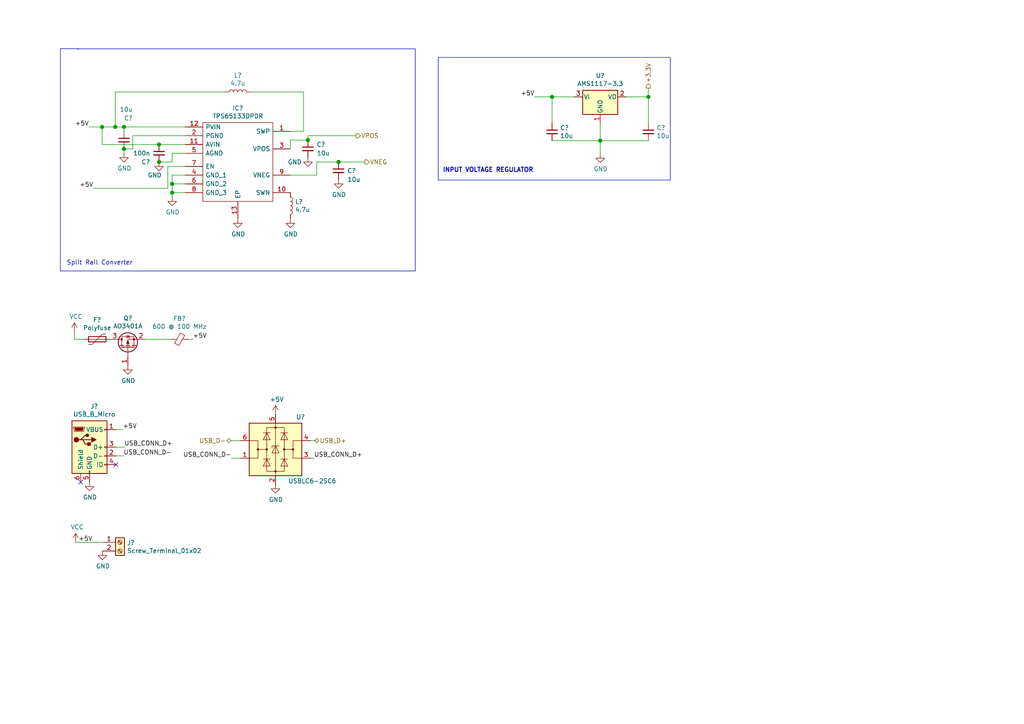
<source format=kicad_sch>
(kicad_sch (version 20200828) (generator eeschema)
  (page 2 6)
  (paper "A4")
  (lib_symbols
    (symbol "Connector:Screw_Terminal_01x02" (pin_names (offset 1.016) hide)
      (property "Reference" "J" (at 0 2.54 0))
      (property "Value" "Screw_Terminal_01x02" (at 0 -5.08 0))
      (symbol "Screw_Terminal_01x02_1_1"
        (circle (center 0 -2.54) (radius 0.635) (stroke (width 0.1524)))
        (circle (center 0 0) (radius 0.635) (stroke (width 0.1524)))
        (rectangle (start -1.27 1.27) (end 1.27 -3.81) (stroke (width 0.254)) (fill (type background)))
        (polyline (pts (xy -0.5334 -2.2098) (xy 0.3302 -3.048)) (stroke (width 0.1524)))
        (polyline (pts (xy -0.5334 0.3302) (xy 0.3302 -0.508)) (stroke (width 0.1524)))
        (polyline (pts (xy -0.3556 -2.032) (xy 0.508 -2.8702)) (stroke (width 0.1524)))
        (polyline (pts (xy -0.3556 0.508) (xy 0.508 -0.3302)) (stroke (width 0.1524)))
        (pin passive line (at -5.08 0 0) (length 3.81) (name "Pin_1") (number "1"))
        (pin passive line (at -5.08 -2.54 0) (length 3.81) (name "Pin_2") (number "2"))
      )
    )
    (symbol "Connector:USB_B_Micro" (pin_names (offset 1.016))
      (property "Reference" "J" (at -5.08 11.43 0))
      (property "Value" "USB_B_Micro" (at -5.08 8.89 0))
      (symbol "USB_B_Micro_0_1"
        (circle (center -3.81 2.159) (radius 0.635) (stroke (width 0.254)) (fill (type outline)))
        (circle (center -0.635 3.429) (radius 0.381) (stroke (width 0.254)) (fill (type outline)))
        (rectangle (start -5.08 -7.62) (end 5.08 7.62) (stroke (width 0.254)) (fill (type background)))
        (rectangle (start -0.127 -7.62) (end 0.127 -6.858))
        (rectangle (start 0.254 1.27) (end -0.508 0.508) (stroke (width 0.254)) (fill (type outline)))
        (rectangle (start 5.08 -5.207) (end 4.318 -4.953))
        (rectangle (start 5.08 -2.667) (end 4.318 -2.413))
        (rectangle (start 5.08 -0.127) (end 4.318 0.127))
        (rectangle (start 5.08 4.953) (end 4.318 5.207))
        (polyline (pts (xy -1.905 2.159) (xy 0.635 2.159)) (stroke (width 0.254)))
        (polyline (pts (xy -3.175 2.159) (xy -2.54 2.159) (xy -1.27 3.429) (xy -0.635 3.429)) (stroke (width 0.254)))
        (polyline (pts (xy -2.54 2.159) (xy -1.905 2.159) (xy -1.27 0.889) (xy 0 0.889)) (stroke (width 0.254)))
        (polyline (pts (xy 0.635 2.794) (xy 0.635 1.524) (xy 1.905 2.159) (xy 0.635 2.794)) (stroke (width 0.254)) (fill (type outline)))
        (polyline (pts (xy -4.318 5.588) (xy -1.778 5.588) (xy -2.032 4.826) (xy -4.064 4.826) (xy -4.318 5.588)) (fill (type outline)))
        (polyline (pts (xy -4.699 5.842) (xy -4.699 5.588) (xy -4.445 4.826) (xy -4.445 4.572) (xy -1.651 4.572) (xy -1.651 4.826) (xy -1.397 5.588) (xy -1.397 5.842) (xy -4.699 5.842)))
      )
      (symbol "USB_B_Micro_1_1"
        (pin power_out line (at 7.62 5.08 180) (length 2.54) (name "VBUS") (number "1"))
        (pin bidirectional line (at 7.62 -2.54 180) (length 2.54) (name "D-") (number "2"))
        (pin bidirectional line (at 7.62 0 180) (length 2.54) (name "D+") (number "3"))
        (pin passive line (at 7.62 -5.08 180) (length 2.54) (name "ID") (number "4"))
        (pin power_out line (at 0 -10.16 90) (length 2.54) (name "GND") (number "5"))
        (pin passive line (at -2.54 -10.16 90) (length 2.54) (name "Shield") (number "6"))
      )
    )
    (symbol "Device:C_Small" (pin_numbers hide) (pin_names (offset 0.254) hide)
      (property "Reference" "C" (at 0.254 1.778 0))
      (property "Value" "C_Small" (at 0.254 -2.032 0))
      (symbol "C_Small_0_1"
        (polyline (pts (xy -1.524 -0.508) (xy 1.524 -0.508)) (stroke (width 0.3302)))
        (polyline (pts (xy -1.524 0.508) (xy 1.524 0.508)) (stroke (width 0.3048)))
      )
      (symbol "C_Small_1_1"
        (pin passive line (at 0 2.54 270) (length 2.032) (name "~") (number "1"))
        (pin passive line (at 0 -2.54 90) (length 2.032) (name "~") (number "2"))
      )
    )
    (symbol "Device:L" (pin_numbers hide) (pin_names (offset 1.016) hide)
      (property "Reference" "L" (at -1.27 0 90))
      (property "Value" "L" (at 1.905 0 90))
      (symbol "L_0_1"
        (arc (start 0 -2.54) (end 0 -1.27) (radius (at 0 -1.905) (length 0.635) (angles -89.9 89.9)))
        (arc (start 0 -1.27) (end 0 0) (radius (at 0 -0.635) (length 0.635) (angles -89.9 89.9)))
        (arc (start 0 0) (end 0 1.27) (radius (at 0 0.635) (length 0.635) (angles -89.9 89.9)))
        (arc (start 0 1.27) (end 0 2.54) (radius (at 0 1.905) (length 0.635) (angles -89.9 89.9)))
      )
      (symbol "L_1_1"
        (pin passive line (at 0 3.81 270) (length 1.27) (name "1") (number "1"))
        (pin passive line (at 0 -3.81 90) (length 1.27) (name "2") (number "2"))
      )
    )
    (symbol "Device:Polyfuse" (pin_numbers hide) (pin_names (offset 0))
      (property "Reference" "F" (at -2.54 0 90))
      (property "Value" "Polyfuse" (at 2.54 0 90))
      (symbol "Polyfuse_0_1"
        (rectangle (start -0.762 2.54) (end 0.762 -2.54) (stroke (width 0.254)))
        (polyline (pts (xy 0 2.54) (xy 0 -2.54)))
        (polyline (pts (xy -1.524 2.54) (xy -1.524 1.524) (xy 1.524 -1.524) (xy 1.524 -2.54)))
      )
      (symbol "Polyfuse_1_1"
        (pin passive line (at 0 3.81 270) (length 1.27) (name "~") (number "1"))
        (pin passive line (at 0 -3.81 90) (length 1.27) (name "~") (number "2"))
      )
    )
    (symbol "F7_100pin-rescue:Ferrite_Bead_Small-Device" (pin_numbers hide) (pin_names (offset 0))
      (property "Reference" "FB" (at 1.905 1.27 0))
      (property "Value" "Ferrite_Bead_Small-Device" (at 1.905 -1.27 0))
      (symbol "Ferrite_Bead_Small-Device_0_1"
        (polyline (pts (xy 0 -1.27) (xy 0 -0.7874)))
        (polyline (pts (xy 0 0.889) (xy 0 1.2954)))
        (polyline (pts (xy -1.8288 0.2794) (xy -1.1176 1.4986) (xy 1.8288 -0.2032) (xy 1.1176 -1.4224) (xy -1.8288 0.2794)))
      )
      (symbol "Ferrite_Bead_Small-Device_1_1"
        (pin passive line (at 0 2.54 270) (length 1.27) (name "~") (number "1"))
        (pin passive line (at 0 -2.54 90) (length 1.27) (name "~") (number "2"))
      )
    )
    (symbol "Power_Protection:USBLC6-2SC6" (pin_names hide)
      (property "Reference" "U" (at 2.54 8.89 0))
      (property "Value" "USBLC6-2SC6" (at 2.54 -8.89 0))
      (symbol "USBLC6-2SC6_0_1"
        (circle (center -5.08 0) (radius 0.254) (fill (type outline)))
        (circle (center -2.54 0) (radius 0.254) (fill (type outline)))
        (circle (center 0 -6.35) (radius 0.254) (fill (type outline)))
        (circle (center 0 6.35) (radius 0.254) (fill (type outline)))
        (circle (center 2.54 0) (radius 0.254) (fill (type outline)))
        (circle (center 5.08 0) (radius 0.254) (fill (type outline)))
        (rectangle (start -7.62 -7.62) (end 7.62 7.62) (stroke (width 0.254)) (fill (type background)))
        (rectangle (start -2.54 6.35) (end 2.54 -6.35))
        (polyline (pts (xy -5.08 -2.54) (xy -7.62 -2.54)))
        (polyline (pts (xy -5.08 0) (xy -5.08 -2.54)))
        (polyline (pts (xy -5.08 2.54) (xy -7.62 2.54)))
        (polyline (pts (xy -1.524 -2.794) (xy -3.556 -2.794)))
        (polyline (pts (xy -1.524 4.826) (xy -3.556 4.826)))
        (polyline (pts (xy 0 -7.62) (xy 0 -6.35)))
        (polyline (pts (xy 0 -6.35) (xy 0 1.27)))
        (polyline (pts (xy 0 1.27) (xy 0 6.35)))
        (polyline (pts (xy 0 6.35) (xy 0 7.62)))
        (polyline (pts (xy 1.524 -2.794) (xy 3.556 -2.794)))
        (polyline (pts (xy 1.524 4.826) (xy 3.556 4.826)))
        (polyline (pts (xy 5.08 -2.54) (xy 7.62 -2.54)))
        (polyline (pts (xy 5.08 0) (xy 5.08 -2.54)))
        (polyline (pts (xy 5.08 2.54) (xy 7.62 2.54)))
        (polyline (pts (xy -2.54 0) (xy -5.08 0) (xy -5.08 2.54)))
        (polyline (pts (xy 2.54 0) (xy 5.08 0) (xy 5.08 2.54)))
        (polyline (pts (xy -3.556 -4.826) (xy -1.524 -4.826) (xy -2.54 -2.794) (xy -3.556 -4.826)))
        (polyline (pts (xy -3.556 2.794) (xy -1.524 2.794) (xy -2.54 4.826) (xy -3.556 2.794)))
        (polyline (pts (xy -1.016 -1.016) (xy 1.016 -1.016) (xy 0 1.016) (xy -1.016 -1.016)))
        (polyline (pts (xy 1.016 1.016) (xy 0.762 1.016) (xy -1.016 1.016) (xy -1.016 0.508)))
        (polyline (pts (xy 3.556 -4.826) (xy 1.524 -4.826) (xy 2.54 -2.794) (xy 3.556 -4.826)))
        (polyline (pts (xy 3.556 2.794) (xy 1.524 2.794) (xy 2.54 4.826) (xy 3.556 2.794)))
      )
      (symbol "USBLC6-2SC6_1_1"
        (pin passive line (at -10.16 -2.54 0) (length 2.54) (name "I/O1") (number "1"))
        (pin passive line (at 0 -10.16 90) (length 2.54) (name "GND") (number "2"))
        (pin passive line (at 10.16 -2.54 180) (length 2.54) (name "I/O2") (number "3"))
        (pin passive line (at 10.16 2.54 180) (length 2.54) (name "I/O2") (number "4"))
        (pin passive line (at 0 10.16 270) (length 2.54) (name "VBUS") (number "5"))
        (pin passive line (at -10.16 2.54 0) (length 2.54) (name "I/O1") (number "6"))
      )
    )
    (symbol "Regulator_Linear:AMS1117-3.3" (pin_names (offset 0.254))
      (property "Reference" "U" (at -3.81 3.175 0))
      (property "Value" "AMS1117-3.3" (at 0 3.175 0))
      (symbol "AMS1117-3.3_0_1"
        (rectangle (start -5.08 -5.08) (end 5.08 1.905) (stroke (width 0.254)) (fill (type background)))
      )
      (symbol "AMS1117-3.3_1_1"
        (pin power_in line (at 0 -7.62 90) (length 2.54) (name "GND") (number "1"))
        (pin power_out line (at 7.62 0 180) (length 2.54) (name "VO") (number "2"))
        (pin power_in line (at -7.62 0 0) (length 2.54) (name "VI") (number "3"))
      )
    )
    (symbol "SamacSys_Parts:TPS65133DPDR" (pin_names (offset 0.762))
      (property "Reference" "IC" (at 26.67 7.62 0))
      (property "Value" "TPS65133DPDR" (at 26.67 5.08 0))
      (symbol "TPS65133DPDR_0_1"
        (polyline (pts (xy 5.08 2.54) (xy 25.4 2.54) (xy 25.4 -20.32) (xy 5.08 -20.32) (xy 5.08 2.54)) (stroke (width 0.1524)))
      )
      (symbol "TPS65133DPDR_0_0"
        (pin passive line (at 30.48 0 180) (length 5.08) (name "SWP") (number "1"))
        (pin passive line (at 30.48 -17.78 180) (length 5.08) (name "SWN") (number "10"))
        (pin input line (at 0 -3.81 0) (length 5.08) (name "AVIN") (number "11"))
        (pin input line (at 0 1.27 0) (length 5.08) (name "PVIN") (number "12"))
        (pin passive line (at 15.24 -25.4 90) (length 5.08) (name "EP") (number "13"))
        (pin power_in line (at 0 -1.27 0) (length 5.08) (name "PGND") (number "2"))
        (pin passive line (at 30.48 -5.08 180) (length 5.08) (name "VPOS") (number "3"))
        (pin power_in line (at 0 -12.7 0) (length 5.08) (name "GND_1") (number "4"))
        (pin power_in line (at 0 -6.35 0) (length 5.08) (name "AGND") (number "5"))
        (pin power_in line (at 0 -15.24 0) (length 5.08) (name "GND_2") (number "6"))
        (pin passive line (at 0 -10.16 0) (length 5.08) (name "EN") (number "7"))
        (pin power_in line (at 0 -17.78 0) (length 5.08) (name "GND_3") (number "8"))
        (pin passive line (at 30.48 -12.7 180) (length 5.08) (name "VNEG") (number "9"))
      )
    )
    (symbol "Transistor_FET:AO3401A" (pin_names hide)
      (property "Reference" "Q" (at 5.08 1.905 0))
      (property "Value" "AO3401A" (at 5.08 0 0))
      (symbol "AO3401A_0_1"
        (circle (center 1.651 0) (radius 2.794) (stroke (width 0.254)))
        (circle (center 2.54 -1.778) (radius 0.254) (fill (type outline)))
        (circle (center 2.54 1.778) (radius 0.254) (fill (type outline)))
        (polyline (pts (xy 0.254 0) (xy -2.54 0)))
        (polyline (pts (xy 0.254 1.905) (xy 0.254 -1.905)) (stroke (width 0.254)))
        (polyline (pts (xy 0.762 -1.27) (xy 0.762 -2.286)) (stroke (width 0.254)))
        (polyline (pts (xy 0.762 0.508) (xy 0.762 -0.508)) (stroke (width 0.254)))
        (polyline (pts (xy 0.762 2.286) (xy 0.762 1.27)) (stroke (width 0.254)))
        (polyline (pts (xy 2.54 2.54) (xy 2.54 1.778)))
        (polyline (pts (xy 2.54 -2.54) (xy 2.54 0) (xy 0.762 0)))
        (polyline (pts (xy 0.762 1.778) (xy 3.302 1.778) (xy 3.302 -1.778) (xy 0.762 -1.778)))
        (polyline (pts (xy 2.286 0) (xy 1.27 0.381) (xy 1.27 -0.381) (xy 2.286 0)) (fill (type outline)))
        (polyline (pts (xy 2.794 -0.508) (xy 2.921 -0.381) (xy 3.683 -0.381) (xy 3.81 -0.254)))
        (polyline (pts (xy 3.302 -0.381) (xy 2.921 0.254) (xy 3.683 0.254) (xy 3.302 -0.381)))
      )
      (symbol "AO3401A_1_1"
        (pin input line (at -5.08 0 0) (length 2.54) (name "G") (number "1"))
        (pin passive line (at 2.54 -5.08 90) (length 2.54) (name "S") (number "2"))
        (pin passive line (at 2.54 5.08 270) (length 2.54) (name "D") (number "3"))
      )
    )
    (symbol "power:+5V" (power) (pin_names (offset 0))
      (property "Value" "+5V" (at 0 3.556 0))
      (symbol "+5V_0_1"
        (polyline (pts (xy -0.762 1.27) (xy 0 2.54)))
        (polyline (pts (xy 0 0) (xy 0 2.54)))
        (polyline (pts (xy 0 2.54) (xy 0.762 1.27)))
      )
      (symbol "+5V_1_1"
        (pin power_in line (at 0 0 90) (length 0) hide (name "+5V") (number "1"))
      )
    )
    (symbol "power:GND" (power) (pin_names (offset 0))
      (property "Value" "GND" (at 0 -3.81 0))
      (symbol "GND_0_1"
        (polyline (pts (xy 0 0) (xy 0 -1.27) (xy 1.27 -1.27) (xy 0 -2.54) (xy -1.27 -1.27) (xy 0 -1.27)))
      )
      (symbol "GND_1_1"
        (pin power_in line (at 0 0 270) (length 0) hide (name "GND") (number "1"))
      )
    )
    (symbol "power:VCC" (power) (pin_names (offset 0))
      (property "Value" "VCC" (at 0 3.81 0))
      (symbol "VCC_0_1"
        (polyline (pts (xy -0.762 1.27) (xy 0 2.54)))
        (polyline (pts (xy 0 0) (xy 0 2.54)))
        (polyline (pts (xy 0 2.54) (xy 0.762 1.27)))
      )
      (symbol "VCC_1_1"
        (pin power_in line (at 0 0 90) (length 0) hide (name "VCC") (number "1"))
      )
    )
  )
  (junction (at 29.6164 36.83) (diameter 1.016))
  (junction (at 33.4264 36.83) (diameter 1.016))
  (junction (at 35.9664 36.83) (diameter 1.016))
  (junction (at 35.9664 43.18) (diameter 1.016))
  (junction (at 46.1264 41.91) (diameter 1.016))
  (junction (at 46.1264 46.99) (diameter 1.016))
  (junction (at 49.9364 53.34) (diameter 1.016))
  (junction (at 49.9364 55.88) (diameter 1.016))
  (junction (at 89.3064 40.64) (diameter 1.016))
  (junction (at 98.1964 46.99) (diameter 1.016))
  (junction (at 160.1216 28.0924) (diameter 1.016))
  (junction (at 174.0916 40.7924) (diameter 1.016))
  (junction (at 188.0616 28.0924) (diameter 1.016))
  (no_connect (at 33.5788 134.7724))
  (no_connect (at 23.4188 139.8524))
  (wire (pts (xy 21.59 96.2152) (xy 21.59 98.3996)))
  (wire (pts (xy 21.59 98.3996) (xy 24.384 98.3996)))
  (wire (pts (xy 21.9456 157.2768) (xy 29.718 157.2768)))
  (wire (pts (xy 25.8064 36.83) (xy 29.6164 36.83)))
  (wire (pts (xy 29.6164 36.83) (xy 29.6164 41.91)))
  (wire (pts (xy 29.6164 36.83) (xy 33.4264 36.83)))
  (wire (pts (xy 29.6164 41.91) (xy 46.1264 41.91)))
  (wire (pts (xy 33.4264 26.67) (xy 33.4264 36.83)))
  (wire (pts (xy 33.4264 26.67) (xy 65.1764 26.67)))
  (wire (pts (xy 33.4264 36.83) (xy 35.9664 36.83)))
  (wire (pts (xy 33.5788 124.6124) (xy 35.6108 124.6124)))
  (wire (pts (xy 33.5788 129.6924) (xy 36.0172 129.6924)))
  (wire (pts (xy 33.5788 132.2324) (xy 35.814 132.2324)))
  (wire (pts (xy 35.9664 36.83) (xy 53.7464 36.83)))
  (wire (pts (xy 35.9664 38.1) (xy 35.9664 36.83)))
  (wire (pts (xy 35.9664 44.45) (xy 35.9664 43.18)))
  (wire (pts (xy 36.0172 129.6924) (xy 36.0172 129.6416)))
  (wire (pts (xy 38.5064 39.37) (xy 38.5064 43.18)))
  (wire (pts (xy 38.5064 43.18) (xy 35.9664 43.18)))
  (wire (pts (xy 42.164 98.3996) (xy 49.53 98.3996)))
  (wire (pts (xy 48.6664 48.26) (xy 48.6664 54.61)))
  (wire (pts (xy 48.6664 54.61) (xy 27.0764 54.61)))
  (wire (pts (xy 49.9364 44.45) (xy 49.9364 46.99)))
  (wire (pts (xy 49.9364 46.99) (xy 46.1264 46.99)))
  (wire (pts (xy 49.9364 50.8) (xy 49.9364 53.34)))
  (wire (pts (xy 49.9364 53.34) (xy 49.9364 55.88)))
  (wire (pts (xy 49.9364 53.34) (xy 53.7464 53.34)))
  (wire (pts (xy 49.9364 55.88) (xy 49.9364 57.15)))
  (wire (pts (xy 53.7464 39.37) (xy 38.5064 39.37)))
  (wire (pts (xy 53.7464 41.91) (xy 46.1264 41.91)))
  (wire (pts (xy 53.7464 44.45) (xy 49.9364 44.45)))
  (wire (pts (xy 53.7464 48.26) (xy 48.6664 48.26)))
  (wire (pts (xy 53.7464 50.8) (xy 49.9364 50.8)))
  (wire (pts (xy 53.7464 55.88) (xy 49.9364 55.88)))
  (wire (pts (xy 54.61 98.3996) (xy 55.9308 98.3996)))
  (wire (pts (xy 67.0052 127.8128) (xy 69.7484 127.8128)))
  (wire (pts (xy 67.1576 132.8928) (xy 69.7484 132.8928)))
  (wire (pts (xy 72.7964 26.67) (xy 88.0364 26.67)))
  (wire (pts (xy 84.2264 40.64) (xy 89.3064 40.64)))
  (wire (pts (xy 84.2264 43.18) (xy 84.2264 40.64)))
  (wire (pts (xy 88.0364 26.67) (xy 88.0364 38.1)))
  (wire (pts (xy 88.0364 38.1) (xy 84.2264 38.1)))
  (wire (pts (xy 89.3064 39.37) (xy 89.3064 40.64)))
  (wire (pts (xy 90.0684 127.8128) (xy 91.2368 127.8128)))
  (wire (pts (xy 90.0684 132.8928) (xy 91.0844 132.8928)))
  (wire (pts (xy 91.8464 46.99) (xy 91.8464 50.8)))
  (wire (pts (xy 91.8464 50.8) (xy 84.2264 50.8)))
  (wire (pts (xy 98.1964 46.99) (xy 91.8464 46.99)))
  (wire (pts (xy 103.2764 39.37) (xy 89.3064 39.37)))
  (wire (pts (xy 105.8164 46.99) (xy 98.1964 46.99)))
  (wire (pts (xy 155.0416 28.0924) (xy 160.1216 28.0924)))
  (wire (pts (xy 160.1216 28.0924) (xy 160.1216 35.7124)))
  (wire (pts (xy 160.1216 40.7924) (xy 174.0916 40.7924)))
  (wire (pts (xy 166.4716 28.0924) (xy 160.1216 28.0924)))
  (wire (pts (xy 174.0916 40.7924) (xy 174.0916 35.7124)))
  (wire (pts (xy 174.0916 40.7924) (xy 174.0916 44.6024)))
  (wire (pts (xy 181.7116 28.0924) (xy 188.0616 28.0924)))
  (wire (pts (xy 188.0616 25.5524) (xy 188.0616 28.0924)))
  (wire (pts (xy 188.0616 28.0924) (xy 188.0616 35.7124)))
  (wire (pts (xy 188.0616 40.7924) (xy 174.0916 40.7924)))
  (polyline (pts (xy 17.526 14.1224) (xy 22.6568 14.1224)) (stroke (width 0) (type solid)))
  (polyline (pts (xy 17.526 78.5876) (xy 17.526 14.1224)) (stroke (width 0) (type solid)))
  (polyline (pts (xy 22.2504 14.1732) (xy 120.4468 14.1732)) (stroke (width 0) (type solid)))
  (polyline (pts (xy 22.6568 14.1224) (xy 22.6568 14.2748)) (stroke (width 0) (type solid)))
  (polyline (pts (xy 120.4468 14.1732) (xy 120.4468 78.5876)) (stroke (width 0) (type solid)))
  (polyline (pts (xy 120.4468 78.5876) (xy 17.526 78.5876)) (stroke (width 0) (type solid)))
  (polyline (pts (xy 127.1016 16.6624) (xy 194.4116 16.6624)) (stroke (width 0) (type solid)))
  (polyline (pts (xy 127.1016 52.2224) (xy 127.1016 16.6624)) (stroke (width 0) (type solid)))
  (polyline (pts (xy 194.4116 16.6624) (xy 194.4116 52.2224)) (stroke (width 0) (type solid)))
  (polyline (pts (xy 194.4116 52.2224) (xy 127.1016 52.2224)) (stroke (width 0) (type solid)))
  (text "Split Rail Converter\n" (at 38.5064 77.0636 180) (effects (font (size 1.27 1.27)) (justify right bottom)))
  (text "INPUT VOLTAGE REGULATOR\n " (at 128.3716 52.2224 0) (effects (font (size 1.27 1.27) (thickness 0.254) bold) (justify left bottom)))
  (label "+5V" (at 25.8064 36.83 180))
  (label "+5V" (at 26.8224 157.2768 180))
  (label "+5V" (at 27.0764 54.61 180))
  (label "+5V" (at 35.6108 124.6124 0))
  (label "USB_CONN_D-" (at 35.814 132.2324 0))
  (label "USB_CONN_D+" (at 36.0172 129.6416 0))
  (label "+5V" (at 55.9308 98.3996 0))
  (label "USB_CONN_D-" (at 67.1576 132.8928 180))
  (label "USB_CONN_D+" (at 91.0844 132.8928 0))
  (label "+5V" (at 155.0416 28.0924 180))
  (hierarchical_label "USB_D-" (shape bidirectional) (at 67.0052 127.8128 180))
  (hierarchical_label "USB_D+" (shape bidirectional) (at 91.2368 127.8128 0))
  (hierarchical_label "VPOS" (shape output) (at 103.2764 39.37 0))
  (hierarchical_label "VNEG" (shape output) (at 105.8164 46.99 0))
  (hierarchical_label "+3.3V" (shape output) (at 188.0616 25.5524 90))
  (symbol (lib_id "power:VCC") (at 21.59 96.2152 0) (unit 1)
    (property "Reference" "#PWR?" (effects hide))
    (property "Value" "VCC" (at 22.0218 91.821 0))
  )
  (symbol (lib_id "power:VCC") (at 21.9456 157.2768 0) (unit 1)
    (property "Reference" "#PWR?" (effects hide))
    (property "Value" "VCC" (at 22.3774 152.8826 0))
  )
  (symbol (lib_id "power:+5V") (at 79.9084 120.1928 0) (unit 1)
    (property "Reference" "#PWR?" (effects hide))
    (property "Value" "+5V" (at 80.2767 115.8684 0))
  )
  (symbol (lib_id "Device:L") (at 68.9864 26.67 90) (unit 1)
    (property "Reference" "L?" (at 68.9864 21.844 90))
    (property "Value" "4.7u" (at 68.9864 24.1554 90))
    (property "Footprint" "Inductor_SMD:L_Coilcraft_XxL4020" (effects hide))
  )
  (symbol (lib_id "Device:L") (at 84.2264 59.69 0) (unit 1)
    (property "Reference" "L?" (at 85.5472 58.5216 0) (effects (justify left)))
    (property "Value" "4.7u" (at 85.5472 60.833 0) (effects (justify left)))
    (property "Footprint" "Inductor_SMD:L_Coilcraft_XxL4020" (effects hide))
  )
  (symbol (lib_id "power:GND") (at 25.9588 139.8524 0) (unit 1)
    (property "Reference" "#PWR?" (effects hide))
    (property "Value" "GND" (at 26.0858 144.2466 0))
  )
  (symbol (lib_id "power:GND") (at 29.718 159.8168 0) (unit 1)
    (property "Reference" "#PWR?" (effects hide))
    (property "Value" "GND" (at 29.845 164.211 0))
  )
  (symbol (lib_id "power:GND") (at 35.9664 44.45 0) (unit 1)
    (property "Reference" "#PWR?" (effects hide))
    (property "Value" "GND" (at 36.0934 48.8442 0))
  )
  (symbol (lib_id "power:GND") (at 37.084 106.0196 0) (unit 1)
    (property "Reference" "#PWR?" (effects hide))
    (property "Value" "GND" (at 37.211 110.4138 0))
  )
  (symbol (lib_id "power:GND") (at 46.1264 46.99 0) (unit 1)
    (property "Reference" "#PWR?" (effects hide))
    (property "Value" "GND" (at 44.8564 50.8 0))
  )
  (symbol (lib_id "power:GND") (at 49.9364 57.15 0) (unit 1)
    (property "Reference" "#PWR?" (effects hide))
    (property "Value" "GND" (at 50.0634 61.5442 0))
  )
  (symbol (lib_id "power:GND") (at 68.9864 63.5 0) (unit 1)
    (property "Reference" "#PWR?" (effects hide))
    (property "Value" "GND" (at 69.1134 67.8942 0))
  )
  (symbol (lib_id "power:GND") (at 79.9084 140.5128 0) (unit 1)
    (property "Reference" "#PWR?" (effects hide))
    (property "Value" "GND" (at 80.0354 144.907 0))
  )
  (symbol (lib_id "power:GND") (at 84.2264 63.5 0) (unit 1)
    (property "Reference" "#PWR?" (effects hide))
    (property "Value" "GND" (at 84.3534 67.8942 0))
  )
  (symbol (lib_id "power:GND") (at 89.3064 45.72 0) (unit 1)
    (property "Reference" "#PWR?" (effects hide))
    (property "Value" "GND" (at 85.4964 46.99 0))
  )
  (symbol (lib_id "power:GND") (at 98.1964 52.07 0) (unit 1)
    (property "Reference" "#PWR?" (effects hide))
    (property "Value" "GND" (at 98.3234 56.4642 0))
  )
  (symbol (lib_id "power:GND") (at 174.0916 44.6024 0) (unit 1)
    (property "Reference" "#PWR?" (effects hide))
    (property "Value" "GND" (at 174.2186 48.9966 0))
  )
  (symbol (lib_id "Device:C_Small") (at 35.9664 40.64 0) (unit 1)
    (property "Reference" "C?" (at 38.5064 34.29 0) (effects (justify right)))
    (property "Value" "10u" (at 38.5064 31.75 0) (effects (justify right)))
    (property "Footprint" "Capacitor_SMD:C_0805_2012Metric" (effects hide))
  )
  (symbol (lib_id "Device:C_Small") (at 46.1264 44.45 0) (unit 1)
    (property "Reference" "C?" (at 43.5864 46.99 0) (effects (justify right)))
    (property "Value" "100n" (at 43.5864 44.45 0) (effects (justify right)))
    (property "Footprint" "Capacitor_SMD:C_0805_2012Metric" (effects hide))
  )
  (symbol (lib_id "Device:C_Small") (at 89.3064 43.18 0) (unit 1)
    (property "Reference" "C?" (at 94.3864 41.91 0) (effects (justify right)))
    (property "Value" "10u" (at 95.6564 44.45 0) (effects (justify right)))
    (property "Footprint" "Capacitor_SMD:C_0805_2012Metric" (effects hide))
  )
  (symbol (lib_id "Device:C_Small") (at 98.1964 49.53 0) (unit 1)
    (property "Reference" "C?" (at 103.2764 49.53 0) (effects (justify right)))
    (property "Value" "10u" (at 104.5464 52.07 0) (effects (justify right)))
    (property "Footprint" "Capacitor_SMD:C_0805_2012Metric" (effects hide))
  )
  (symbol (lib_id "Device:C_Small") (at 160.1216 38.2524 0) (unit 1)
    (property "Reference" "C?" (at 162.4584 37.084 0) (effects (justify left)))
    (property "Value" "10u" (at 162.4584 39.3954 0) (effects (justify left)))
    (property "Footprint" "Capacitor_SMD:C_0603_1608Metric" (effects hide))
  )
  (symbol (lib_id "Device:C_Small") (at 188.0616 38.2524 0) (unit 1)
    (property "Reference" "C?" (at 190.3984 37.084 0) (effects (justify left)))
    (property "Value" "10u" (at 190.3984 39.3954 0) (effects (justify left)))
    (property "Footprint" "Capacitor_SMD:C_0603_1608Metric" (effects hide))
  )
  (symbol (lib_id "F7_100pin-rescue:Ferrite_Bead_Small-Device") (at 52.07 98.3996 270) (unit 1)
    (property "Reference" "FB?" (at 52.07 92.3798 90))
    (property "Value" "600 @ 100 MHz" (at 52.0696 94.6914 90))
    (property "Footprint" "Inductor_SMD:L_0603_1608Metric" (effects hide))
  )
  (symbol (lib_id "Device:Polyfuse") (at 28.194 98.3996 90) (unit 1)
    (property "Reference" "F?" (at 28.194 92.7924 90))
    (property "Value" "Polyfuse" (at 28.194 95.0911 90))
  )
  (symbol (lib_id "Connector:Screw_Terminal_01x02") (at 34.798 157.2768 0) (unit 1)
    (property "Reference" "J?" (at 36.8301 157.4482 0) (effects (justify left)))
    (property "Value" "Screw_Terminal_01x02" (at 36.8301 159.7469 0) (effects (justify left)))
  )
  (symbol (lib_id "Transistor_FET:AO3401A") (at 37.084 100.9396 90) (unit 1)
    (property "Reference" "Q?" (at 37.084 92.2844 90))
    (property "Value" "AO3401A" (at 37.084 94.5831 90))
    (property "Footprint" "Package_TO_SOT_SMD:SOT-23" (effects hide))
    (property "Datasheet" "http://www.aosmd.com/pdfs/datasheet/AO3401A.pdf" (effects hide))
  )
  (symbol (lib_id "Regulator_Linear:AMS1117-3.3") (at 174.0916 28.0924 0) (unit 1)
    (property "Reference" "U?" (at 174.0916 21.9456 0))
    (property "Value" "AMS1117-3.3" (at 174.0916 24.257 0))
    (property "Footprint" "Package_TO_SOT_SMD:SOT-223-3_TabPin2" (effects hide))
    (property "Datasheet" "http://www.advanced-monolithic.com/pdf/ds1117.pdf" (effects hide))
  )
  (symbol (lib_id "Connector:USB_B_Micro") (at 25.9588 129.6924 0) (unit 1)
    (property "Reference" "J?" (at 27.3558 117.8622 0))
    (property "Value" "USB_B_Micro" (at 27.3558 120.1609 0))
  )
  (symbol (lib_id "Power_Protection:USBLC6-2SC6") (at 79.9084 130.3528 0) (unit 1)
    (property "Reference" "U?" (at 87.1728 120.961 0))
    (property "Value" "USBLC6-2SC6" (at 90.5764 139.5157 0))
    (property "Footprint" "Package_TO_SOT_SMD:SOT-23-6" (effects hide))
    (property "Datasheet" "https://www.st.com/resource/en/datasheet/usblc6-2.pdf" (effects hide))
  )
  (symbol (lib_id "SamacSys_Parts:TPS65133DPDR") (at 53.7464 38.1 0) (unit 1)
    (property "Reference" "IC?" (at 68.9864 31.369 0))
    (property "Value" "TPS65133DPDR" (at 68.9864 33.6804 0))
    (property "Footprint" "SamacSys_Parts:SON45P300X300X80-13N-D" (effects hide))
    (property "Datasheet" "http://www.ti.com/lit/ds/symlink/tps65133.pdf" (effects hide))
    (property "Description" "Split-Rail Converter, +/-5V, 250mA Dual Output Power Supply" (effects hide))
    (property "Height" "0.8" (effects hide))
    (property "Manufacturer_Name" "Texas Instruments" (effects hide))
    (property "Manufacturer_Part_Number" "TPS65133DPDR" (effects hide))
    (property "Arrow Part Number" "TPS65133DPDR" (effects hide))
    (property "Arrow Price/Stock" "https://www.arrow.com/en/products/tps65133dpdr/texas-instruments" (effects hide))
    (property "Mouser Part Number" "595-TPS65133DPDR" (effects hide))
    (property "Mouser Price/Stock" "https://www.mouser.co.uk/ProductDetail/Texas-Instruments/TPS65133DPDR?qs=7GxONfNUZSjxiorxR5wfmg%3D%3D" (effects hide))
  )
)
</source>
